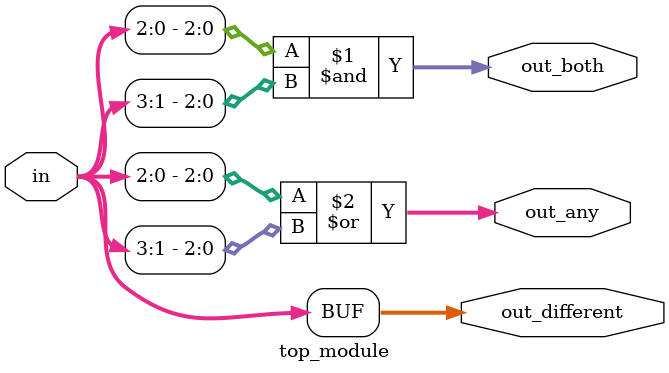
<source format=sv>
module top_module (
	input [3:0] in,
	output [2:0] out_both,
	output [3:1] out_any,
	output [3:0] out_different
);
	
	assign out_both = in[2:0] & in[3:1];
	assign out_any = in[2:0] | in[3:1];
	
	assign out_different = {in[3:1] ^ in[0], in[3:0]};
	
endmodule

</source>
